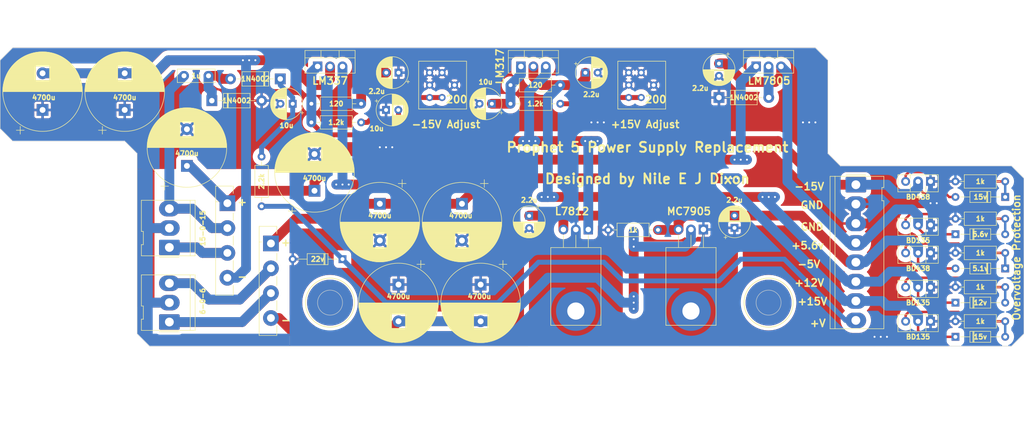
<source format=kicad_pcb>
(kicad_pcb (version 20221018) (generator pcbnew)
  (layers (0 "F.Cu" signal) (31 "B.Cu" signal) (34 "B.Paste" user) (35 "F.Paste" user) (36 "B.SilkS" user "B.Silkscreen") (37 "F.SilkS" user "F.Silkscreen") (38 "B.Mask" user) (39 "F.Mask" user) (44 "Edge.Cuts" user))
  (net 0 "")
  (net 1 "+18V")
  (net 2 "-18V")
  (net 3 "+9V")
  (net 4 "-9V")
  (net 5 "GND")
  (net 6 "+15V")
  (net 7 "-15V")
  (net 8 "-5V")
  (net 9 "Net-(D6-A)")
  (net 10 "+12V")
  (net 11 "Net-(U1-ADJ)")
  (net 12 "Net-(R2-Pad2)")
  (net 13 "Net-(U2-ADJ)")
  (net 14 "Net-(R3-Pad2)")
  (net 15 "+5.6V")
  (net 16 "+V")
  (net 17 "Net-(D14-K)")
  (net 18 "Net-(D13-K)")
  (net 19 "Net-(J1-Pin_3)")
  (net 20 "Net-(J1-Pin_1)")
  (net 21 "Net-(J2-Pin_1)")
  (net 22 "Net-(J2-Pin_3)")
  (net 23 "Net-(D1-A)")
  (net 24 "Net-(D4-K)")
  (net 25 "Net-(D8-A)")
  (net 26 "Net-(D7-A)")
  (net 27 "Net-(D5-K)")
  (footprint "Diode_THT:D_DO-35_SOD27_P10.16mm_Horizontal" (layer "F.Cu") (at 236.22 96.52)
    (fp_text reference "D1" hide)
    (fp_text value "D_Zener")
  )
  (footprint "Capacitor_THT:CP_Radial_D16.0mm_P7.50mm" (layer "F.Cu") (at 135.509 69.335 -90)
    (fp_text reference "C14" hide)
    (fp_text value "C_Polarized_US")
  )
  (footprint "Connector_Molex:Molex_KK-396_5273-03A_1x03_P3.96mm_Vertical" (layer "F.Cu") (at 75.79 93.495 90)
    (fp_text reference "J2" hide)
    (fp_text value "9-0-9")
  )
  (footprint "Capacitor_THT:CP_Radial_D6.3mm_P2.50mm" (layer "F.Cu") (at 160.695 42.545)
    (fp_text reference "C8" hide)
    (fp_text value "2.2u")
  )
  (footprint "Resistor_THT:R_Axial_DIN0207_L6.3mm_D2.5mm_P10.16mm_Horizontal" (layer "F.Cu") (at 175.514 74.676 180)
    (fp_text reference "R5" hide)
    (fp_text value "R")
  )
  (footprint "Capacitor_THT:CP_Radial_D6.3mm_P2.50mm" (layer "F.Cu") (at 120.015 50.165)
    (fp_text reference "C6" hide)
    (fp_text value "10u")
  )
  (footprint "" (layer "F.Cu") (at 172.085 42.545)
    (fp_text reference "")
    (fp_text value "")
  )
  (footprint "Package_TO_SOT_THT:TO-220-3_Horizontal_TabDown" (layer "F.Cu") (at 184.785 74.59 180)
    (fp_text reference "U3" hide)
    (fp_text value "MC7905")
  )
  (footprint "Connector_Molex:Molex_KK-396_5273-03A_1x03_P3.96mm_Vertical" (layer "F.Cu") (at 75.79 78.255 90)
    (fp_text reference "J1" hide)
    (fp_text value "18-0-18")
  )
  (footprint "Capacitor_THT:CP_Radial_D16.0mm_P7.50mm" (layer "F.Cu") (at 79.375 61.595 90)
    (fp_text reference "C12" hide)
    (fp_text value "C_Polarized_US")
  )
  (footprint "Diode_THT:D_DO-35_SOD27_P10.16mm_Horizontal" (layer "F.Cu") (at 246.38 82.55 180)
    (fp_text reference "D5" hide)
    (fp_text value "D_Zener")
  )
  (footprint "Capacitor_THT:CP_Radial_D16.0mm_P7.50mm" (layer "F.Cu") (at 105.41 66.675 90)
    (fp_text reference "C3" hide)
    (fp_text value "C_Polarized_US")
  )
  (footprint "Capacitor_THT:CP_Radial_D6.3mm_P2.50mm" (layer "F.Cu") (at 141.605 48.895 180)
    (fp_text reference "C5" hide)
    (fp_text value "10u")
  )
  (footprint "Resistor_THT:R_Axial_DIN0207_L6.3mm_D2.5mm_P10.16mm_Horizontal" (layer "F.Cu") (at 246.38 72.39 180)
    (fp_text reference "R10" hide)
    (fp_text value "R")
  )
  (footprint "Package_TO_SOT_THT:TO-126-3_Vertical" (layer "F.Cu") (at 231.14 79.375 180)
    (fp_text reference "Q5" hide)
    (fp_text value "BD438")
  )
  (footprint "Resistor_THT:R_Axial_DIN0207_L6.3mm_D2.5mm_P10.16mm_Horizontal" (layer "F.Cu") (at 246.38 64.77 180)
    (fp_text reference "R9" hide)
    (fp_text value "R")
  )
  (footprint "Potentiometer_THT:Potentiometer_Bourns_3386F_Vertical" (layer "F.Cu") (at 128.905 47.625)
    (fp_text reference "RV2" hide)
    (fp_text value "R_Potentiometer")
  )
  (footprint "Diode_THT:Diode_Bridge_Vishay_GBU" (layer "F.Cu") (at 87.63 69.215 -90)
    (fp_text reference "D21" hide)
    (fp_text value "D_Bridge_+AA-")
  )
  (footprint "Resistor_THT:R_Axial_DIN0207_L6.3mm_D2.5mm_P10.16mm_Horizontal" (layer "F.Cu") (at 114.935 48.895 180)
    (fp_text reference "R4" hide)
    (fp_text value "R")
  )
  (footprint "Resistor_THT:R_Axial_DIN0207_L6.3mm_D2.5mm_P10.16mm_Horizontal" (layer "F.Cu") (at 145.415 48.895)
    (fp_text reference "R2" hide)
    (fp_text value "R")
  )
  (footprint "Diode_THT:D_DO-41_SOD81_P10.16mm_Horizontal" (layer "F.Cu") (at 187.96 47.625)
    (fp_text reference "D6" hide)
    (fp_text value "1N4002")
  )
  (footprint "Capacitor_THT:CP_Radial_D6.3mm_P2.50mm" (layer "F.Cu") (at 187.96 40.68 -90)
    (fp_text reference "C10" hide)
    (fp_text value "2.2u")
  )
  (footprint "Diode_THT:D_DO-41_SOD81_P10.16mm_Horizontal" (layer "F.Cu") (at 84.455 48.26)
    (fp_text reference "D13" hide)
    (fp_text value "1N4004")
  )
  (footprint "Resistor_THT:R_Axial_DIN0207_L6.3mm_D2.5mm_P10.16mm_Horizontal" (layer "F.Cu") (at 246.38 79.375 180)
    (fp_text reference "R11" hide)
    (fp_text value "R")
  )
  (footprint "Resistor_THT:R_Axial_DIN0207_L6.3mm_D2.5mm_P10.16mm_Horizontal" (layer "F.Cu") (at 246.38 86.36 180)
    (fp_text reference "R7" hide)
    (fp_text value "R")
  )
  (footprint "Capacitor_THT:CP_Radial_D6.3mm_P2.50mm" (layer "F.Cu") (at 122.555 42.545 180)
    (fp_text reference "C7" hide)
    (fp_text value "2.2u")
  )
  (footprint "" (layer "F.Cu") (at 131.445 42.545)
    (fp_text reference "")
    (fp_text value "")
  )
  (footprint "Potentiometer_THT:Potentiometer_Bourns_3386F_Vertical" (layer "F.Cu") (at 169.545 47.625)
    (fp_text reference "RV1" hide)
    (fp_text value "R_Potentiometer")
  )
  (footprint "Resistor_THT:R_Axial_DIN0207_L6.3mm_D2.5mm_P10.16mm_Horizontal" (layer "F.Cu") (at 155.575 45.085 180)
    (fp_text reference "R1" hide)
    (fp_text value "R")
  )
  (footprint "Package_TO_SOT_THT:TO-126-3_Vertical" (layer "F.Cu") (at 231.14 73.66 180)
    (fp_text reference "Q4" hide)
    (fp_text value "BD135")
  )
  (footprint "Resistor_THT:R_Axial_DIN0207_L6.3mm_D2.5mm_P10.16mm_Horizontal" (layer "F.Cu") (at 104.775 52.705)
    (fp_text reference "R3" hide)
    (fp_text value "R")
  )
  (footprint "Package_TO_SOT_THT:TO-220-3_Vertical" (layer "F.Cu") (at 195.545 41.275)
    (fp_text reference "U4" hide)
    (fp_text value "LM7805_TO220")
  )
  (footprint "Diode_THT:D_DO-35_SOD27_P10.16mm_Horizontal" (layer "F.Cu") (at 246.38 67.945 180)
    (fp_text reference "D4" hide)
    (fp_text value "D_Zener")
  )
  (footprint "Capacitor_THT:CP_Radial_D16.0mm_P7.50mm" (layer "F.Cu") (at 139.319 85.845 -90)
    (fp_text reference "C15" hide)
    (fp_text value "C_Polarized_US")
  )
  (footprint "Package_TO_SOT_THT:TO-126-3_Vertical" (layer "F.Cu") (at 231.14 64.77 180)
    (fp_text reference "Q3" hide)
    (fp_text value "BD438")
  )
  (footprint "Capacitor_THT:CP_Radial_D6.3mm_P2.50mm" (layer "F.Cu") (at 191.135 74.255 90)
    (fp_text reference "C9" hide)
    (fp_text value "2.2u")
  )
  (footprint "Diode_THT:D_DO-41_SOD81_P10.16mm_Horizontal" (layer "F.Cu") (at 98.425 43.815 180)
    (fp_text reference "D14" hide)
    (fp_text value "1N4004")
  )
  (footprint "Package_TO_SOT_THT:TO-220-3_Vertical" (layer "F.Cu") (at 106.045 41.275)
    (fp_text reference "U2" hide)
    (fp_text value "LM337_TO220")
  )
  (footprint "Diode_THT:Diode_Bridge_Vishay_GBU" (layer "F.Cu") (at 96.52 77.44 -90)
    (fp_text reference "D22" hide)
    (fp_text value "D_Bridge_+AA-")
  )
  (footprint "Capacitor_THT:CP_Radial_D16.0mm_P7.50mm" (layer "F.Cu") (at 122.555 85.845 -90)
    (fp_text reference "C1" hide)
    (fp_text value "C_Polarized_US")
  )
  (footprint "Diode_THT:D_DO-35_SOD27_P10.16mm_Horizontal" (layer "F.Cu") (at 236.22 75.565)
    (fp_text reference "D7" hide)
    (fp_text value "D_Zener")
  )
  (footprint "" (layer "F.Cu") (at 131.445 47.625)
    (fp_text reference "")
    (fp_text value "")
  )
  (footprint "Resistor_THT:R_Axial_DIN0207_L6.3mm_D2.5mm_P10.16mm_Horizontal" (layer "F.Cu") (at 94.615 69.85 90)
    (fp_text reference "R6" hide)
    (fp_text value "2.2k")
  )
  (footprint "" (layer "F.Cu") (at 128.905 45.085)
    (fp_text reference "")
    (fp_text value "")
  )
  (footprint "Capacitor_THT:CP_Radial_D6.3mm_P2.50mm" (layer "F.Cu") (at 100.965 48.895 180)
    (fp_text reference "C17" hide)
    (fp_text value "10u")
  )
  (footprint "Resistor_THT:R_Axial_DIN0207_L6.3mm_D2.5mm_P10.16mm_Horizontal" (layer "F.Cu") (at 246.38 93.345 180)
    (fp_text reference "R8" hide)
    (fp_text value "R")
  )
  (footprint "Diode_THT:D_DO-35_SOD27_P10.16mm_Horizontal" (layer "F.Cu") (at 236.22 89.535)
    (fp_text reference "D8" hide)
    (fp_text value "D_Zener")
  )
  (footprint "Capacitor_THT:C_Disc_D7.5mm_W2.5mm_P5.00mm" (layer "F.Cu") (at 78.78 43.18)
    (fp_text reference "C16" hide)
    (fp_text value "400n")
  )
  (footprint "Package_TO_SOT_THT:TO-126-3_Vertical" (layer "F.Cu") (at 231.14 86.36 180)
    (fp_text reference "Q2" hide)
    (fp_text value "BD135" hide)
  )
  (footprint "Capacitor_THT:CP_Radial_D16.0mm_P7.50mm" (layer "F.Cu") (at 49.911 50.165 90)
    (fp_text reference "C13" hide)
    (fp_text value "C_Polarized_US")
  )
  (footprint "Connector_Molex:Molex_KK-396_5273-08A_1x08_P3.96mm_Vertical" (layer "F.Cu") (at 215.9 65.44 -90)
    (fp_text reference "J3" hide)
    (fp_text value "Conn_01x08_Socket")
  )
  (footprint "Package_TO_SOT_THT:TO-220-3_Vertical" (layer "F.Cu") (at 147.545 41.275)
    (fp_text reference "U1" hide)
    (fp_text value "LM317_TO-220")
  )
  (footprint "Package_TO_SOT_THT:TO-126-3_Vertical" (layer "F.Cu") (at 231.14 93.345 180)
    (fp_text reference "Q1" hide)
    (fp_text value "BD135")
  )
  (footprint "Diode_THT:D_DO-35_SOD27_P10.16mm_Horizontal" (layer "F.Cu") (at 111.125 80.645 180)
    (fp_text reference "D2" hide)
    (fp_text value "D_Zener")
  )
  (footprint "" (layer "F.Cu") (at 172.085 47.625)
    (fp_text reference "")
    (fp_text value "")
  )
  (footprint "Capacitor_THT:CP_Radial_D6.3mm_P2.50mm" (layer "F.Cu") (at 149.225 71.795 -90)
    (fp_text reference "C11" hide)
    (fp_text value "2.2u")
  )
  (footprint "" (layer "F.Cu") (at 169.545 45.085)
    (fp_text reference "")
    (fp_text value "")
  )
  (footprint "Capacitor_THT:CP_Radial_D16.0mm_P7.50mm" (layer "F.Cu") (at 66.675 50.165 90)
    (fp_text reference "C4" hide)
    (fp_text value "C_Polarized_US")
  )
  (footprint "Capacitor_THT:CP_Radial_D16.0mm_P7.50mm" (layer "F.Cu") (at 118.745 69.335 -90)
    (fp_text reference "C2" hide)
    (fp_text value "C_Polarized_US")
  )
  (footprint "Package_TO_SOT_THT:TO-220-3_Horizontal_TabDown" (layer "F.Cu") (at 161.29 74.59 180)
    (fp_text reference "U5" hide)
    (fp_text value "L7812")
  )
  (gr_rect (start 172.72 78.105) (end 191.77 97.155) (stroke (width 0.1)) (fill solid) (layer "F.Cu"))
  (gr_circle (center 108.585 89.535) (end 113.16405 89.535) (stroke (width 0.2)) (fill solid) (layer "F.Cu"))
  (gr_rect (start 149.225 78.105) (end 168.275 97.155) (stroke (width 0.1)) (fill solid) (layer "F.Cu"))
  (gr_circle (center 198.085 89.535) (end 202.66405 89.535) (stroke (width 0.2)) (fill solid) (layer "F.Cu"))
  (gr_circle (center 158.75 91.25) (end 162.75 91.25) (stroke (width 0.1)) (fill solid) (layer "B.Cu"))
  (gr_circle (center 182.245 91.25) (end 186.245 91.25) (stroke (width 0.1)) (fill solid) (layer "B.Cu"))
  (gr_circle (center 108.585 89.535) (end 113.16405 89.535) (stroke (width 0.2)) (fill solid) (layer "B.Cu"))
  (gr_circle (center 198.085 89.535) (end 202.66405 89.535) (stroke (width 0.2)) (fill solid) (layer "B.Cu"))
  (gr_circle (center 198.085 89.535) (end 203.085 89.535) (stroke (width 0.15)) (fill none) (layer "F.SilkS"))
  (gr_circle (center 108.585 89.535) (end 113.585 89.535) (stroke (width 0.15)) (fill none) (layer "F.SilkS"))
  (gr_line (start 250.19 95.885) (end 247.65 98.425) (stroke (width 0.1)) (layer "Edge.Cuts"))
  (gr_line (start 69.215 59.055) (end 69.215 95.885) (stroke (width 0.1)) (layer "Edge.Cuts"))
  (gr_line (start 69.215 59.055) (end 66.675 56.515) (stroke (width 0.1)) (layer "Edge.Cuts"))
  (gr_line (start 41.275 40.005) (end 43.815 37.465) (stroke (width 0.1)) (layer "Edge.Cuts"))
  (gr_line (start 210.185 59.055) (end 212.725 61.595) (stroke (width 0.1)) (layer "Edge.Cuts"))
  (gr_line (start 66.675 56.515) (end 43.815 56.515) (stroke (width 0.1)) (layer "Edge.Cuts"))
  (gr_line (start 41.275 53.975) (end 43.815 56.515) (stroke (width 0.1)) (layer "Edge.Cuts"))
  (gr_line (start 247.65 61.595) (end 250.19 64.135) (stroke (width 0.1)) (layer "Edge.Cuts"))
  (gr_line (start 207.645 37.465) (end 43.815 37.465) (stroke (width 0.1)) (layer "Edge.Cuts"))
  (gr_line (start 210.185 40.005) (end 210.185 59.055) (stroke (width 0.1)) (layer "Edge.Cuts"))
  (gr_line (start 250.19 64.135) (end 250.19 95.885) (stroke (width 0.1)) (layer "Edge.Cuts"))
  (gr_line (start 71.755 98.425) (end 247.65 98.425) (stroke (width 0.1)) (layer "Edge.Cuts"))
  (gr_line (start 69.215 95.885) (end 71.755 98.425) (stroke (width 0.1)) (layer "Edge.Cuts"))
  (gr_line (start 212.725 61.595) (end 247.65 61.595) (stroke (width 0.1)) (layer "Edge.Cuts"))
  (gr_line (start 207.645 37.465) (end 210.185 40.005) (stroke (width 0.1)) (layer "Edge.Cuts"))
  (gr_circle (center 198.085 89.535) (end 200.635 89.535) (stroke (width 0.1)) (fill none) (layer "Edge.Cuts"))
  (gr_circle (center 108.585 89.535) (end 111.135 89.535) (stroke (width 0.1)) (fill none) (layer "Edge.Cuts"))
  (gr_line (start 41.275 40.005) (end 41.275 53.975) (stroke (width 0.1)) (layer "Edge.Cuts"))
  (gr_text "Prophet 5 Power Supply Replacement\n\nDesigned by Nile E J Dixon" (at 173.355 65.405) (layer "F.SilkS") (effects (font (size 2 2) (thickness 0.4) bold) (justify bottom)))
  (gr_text "4700u" (at 118.745 71.755) (layer "F.SilkS") (effects (font (size 1 1) (thickness 0.25) bold)))
  (gr_text "1N4002" (at 93.345 43.815) (layer "F.SilkS") (effects (font (size 1 1) (thickness 0.25) bold)))
  (gr_text "+" (at 98.425 78.105) (layer "F.SilkS") (effects (font (size 1.5 1.5) (thickness 0.3) bold) (justify left bottom)))
  (gr_text "BD135" (at 228.6 96.52) (layer "F.SilkS") (effects (font (size 1 1) (thickness 0.25) bold)))
  (gr_text "1k" (at 241.3 79.375) (layer "F.SilkS") (effects (font (size 1 1) (thickness 0.25) bold)))
  (gr_text "LM7805" (at 193.675 45.085) (layer "F.SilkS") (effects (font (size 1.5 1.5) (thickness 0.3) bold) (justify left bottom)))
  (gr_text "10u" (at 140.335 44.45) (layer "F.SilkS") (effects (font (size 1 1) (thickness 0.25) bold)))
  (gr_text "2.2u" (at 118.11 46.355) (layer "F.SilkS") (effects (font (size 1 1) (thickness 0.25) bold)))
  (gr_text "1k" (at 241.3 72.39) (layer "F.SilkS") (effects (font (size 1 1) (thickness 0.25) bold)))
  (gr_text "2.2u" (at 149.225 68.58) (layer "F.SilkS") (effects (font (size 1 1) (thickness 0.25) bold)))
  (gr_text "L7812" (at 154.305 71.755) (layer "F.SilkS") (effects (font (size 1.5 1.5) (thickness 0.3) bold) (justify left bottom)))
  (gr_text "200" (at 172.72 48.895) (layer "F.SilkS") (effects (font (size 1.5 1.5) (thickness 0.3) bold) (justify left bottom)))
  (gr_text "2.2u" (at 191.135 68.58) (layer "F.SilkS") (effects (font (size 1 1) (thickness 0.25) bold)))
  (gr_text "BD438" (at 228.6 82.55) (layer "F.SilkS") (effects (font (size 1 1) (thickness 0.25) bold)))
  (gr_text "10u" (at 118.11 53.975) (layer "F.SilkS") (effects (font (size 1 1) (thickness 0.25) bold)))
  (gr_text "10u" (at 99.695 53.34) (layer "F.SilkS") (effects (font (size 1 1) (thickness 0.25) bold)))
  (gr_text "4700u" (at 50.165 47.625) (layer "F.SilkS") (effects (font (size 1 1) (thickness 0.25) bold)))
  (gr_text "4700u" (at 79.375 59.055) (layer "F.SilkS") (effects (font (size 1 1) (thickness 0.25) bold)))
  (gr_text "15v" (at 241.3 96.52) (layer "F.SilkS") (effects (font (size 1 1) (thickness 0.25) bold)))
  (gr_text "5.1v" (at 241.3 82.55) (layer "F.SilkS") (effects (font (size 1 1) (thickness 0.25) bold)))
  (gr_text "4700u" (at 139.065 88.265) (layer "F.SilkS") (effects (font (size 1 1) (thickness 0.25) bold)))
  (gr_text "4700u" (at 66.675 47.625) (layer "F.SilkS") (effects (font (size 1 1) (thickness 0.25) bold)))
  (gr_text "120" (at 150.495 45.085) (layer "F.SilkS") (effects (font (size 1 1) (thickness 0.25) bold)))
  (gr_text "1k" (at 241.3 93.345) (layer "F.SilkS") (effects (font (size 1 1) (thickness 0.25) bold)))
  (gr_text "22v" (at 106.045 80.645) (layer "F.SilkS") (effects (font (size 1 1) (thickness 0.25) bold)))
  (gr_text "6-0-6" (at 83.185 92.075 90) (layer "F.SilkS") (effects (font (size 1 1) (thickness 0.25) bold) (justify left bottom)))
  (gr_text "4700u" (at 122.555 88.265) (layer "F.SilkS") (effects (font (size 1 1) (thickness 0.25) bold)))
  (gr_text "LM317" (at 144.145 45.085 90) (layer "F.SilkS") (effects (font (size 1.5 1.5) (thickness 0.3) bold) (justify left bottom)))
  (gr_text "-15V" (at 203.2 66.675) (layer "F.SilkS") (effects (font (size 1.5 1.5) (thickness 0.3) bold) (justify left bottom)))
  (gr_text "5.6v" (at 241.3 75.565) (layer "F.SilkS") (effects (font (size 1 1) (thickness 0.25) bold)))
  (gr_text "+V" (at 206.375 94.615) (layer "F.SilkS") (effects (font (size 1.5 1.5) (thickness 0.3) bold) (justify left bottom)))
  (gr_text "12v" (at 241.3 89.535) (layer "F.SilkS") (effects (font (size 1 1) (thickness 0.25) bold)))
  (gr_text "-" (at 89.535 85.09) (layer "F.SilkS") (effects (font (size 1.5 1.5) (thickness 0.3) bold) (justify left bottom)))
  (gr_text "+" (at 89.535 69.85) (layer "F.SilkS") (effects (font (size 1.5 1.5) (thickness 0.3) bold) (justify left bottom)))
  (gr_text "1k" (at 241.3 64.77) (layer "F.SilkS") (effects (font (size 1 1) (thickness 0.25) bold)))
  (gr_text "-5V" (at 203.835 82.55) (layer "F.SilkS") (effects (font (size 1.5 1.5) (thickness 0.3) bold) (justify left bottom)))
  (gr_text "BD438" (at 228.6 67.945) (layer "F.SilkS") (effects (font (size 1 1) (thickness 0.25) bold)))
  (gr_text "+12V" (at 203.2 86.36) (layer "F.SilkS") (effects (font (size 1.5 1.5) (thickness 0.3) bold) (justify left bottom)))
  (gr_text "1k" (at 170.434 74.676) (layer "F.SilkS") (effects (font (size 1 1) (thickness 0.25) bold)))
  (gr_text "+15V" (at 203.835 90.17) (layer "F.SilkS") (effects (font (size 1.5 1.5) (thickness 0.3) bold) (justify left bottom)))
  (gr_text "1.2k" (at 109.855 52.705) (layer "F.SilkS") (effects (font (size 1 1) (thickness 0.25) bold)))
  (gr_text "1N4002" (at 193.04 47.625) (layer "F.SilkS") (effects (font (size 1 1) (thickness 0.25) bold)))
  (gr_text "BD135" (at 228.6 76.835) (layer "F.SilkS") (effects (font (size 1 1) (thickness 0.25) bold)))
  (gr_text "+5.6v" (at 202.565 78.74) (layer "F.SilkS") (effects (font (size 1.5 1.5) (thickness 0.3) bold) (justify left bottom)))
  (gr_text "MC7905" (at 177.165 71.755) (layer "F.SilkS") (effects (font (size 1.5 1.5) (thickness 0.3) bold) (justify left bottom)))
  (gr_text "GND" (at 204.47 70.485) (layer "F.SilkS") (effects (font (size 1.5 1.5) (thickness 0.3) bold) (justify left bottom)))
  (gr_text "BD135" (at 228.6 89.535) (layer "F.SilkS") (effects (font (size 1 1) (thickness 0.25) bold)))
  (gr_text "1N4002" (at 89.535 48.26) (layer "F.SilkS") (effects (font (size 1 1) (thickness 0.25) bold)))
  (gr_text "4700u" (at 105.41 64.135) (layer "F.SilkS") (effects (font (size 1 1) (thickness 0.25) bold)))
  (gr_text "GND" (at 204.47 74.93) (layer "F.SilkS") (effects (font (size 1.5 1.5) (thickness 0.3) bold) (justify left bottom)))
  (gr_text "-" (at 98.425 93.98) (layer "F.SilkS") (effects (font (size 1.5 1.5) (thickness 0.3) bold) (justify left bottom)))
  (gr_text "+15V Adjust" (at 165.735 53.975) (layer "F.SilkS") (effects (font (size 1.5 1.5) (thickness 0.3) bold) (justify left bottom)))
  (gr_text "2.2k" (at 94.615 64.77 90) (layer "F.SilkS") (effects (font (size 1 1) (thickness 0.25) bold)))
  (gr_text "Overvoltage Protection" (at 249.555 93.345 90) (layer "F.SilkS") (effects (font (size 1.5 1.5) (thickness 0.3) bold) (justify left bottom)))
  (gr_text "2.2u" (at 161.925 46.99) (layer "F.SilkS") (effects (font (size 1 1) (thickness 0.25) bold)))
  (gr_text "120" (at 109.855 48.895) (layer "F.SilkS") (effects (font (size 1 1) (thickness 0.25) bold)))
  (gr_text "LM337" (at 104.775 45.085) (layer "F.SilkS") (effects (font (size 1.5 1.5) (thickness 0.3) bold) (justify left bottom)))
  (gr_text "200" (at 132.08 48.895) (layer "F.SilkS") (effects (font (size 1.5 1.5) (thickness 0.3) bold) (justify left bottom)))
  (gr_text "4700u" (at 135.255 71.755) (layer "F.SilkS") (effects (font (size 1 1) (thickness 0.25) bold)))
  (gr_text "1k" (at 241.3 86.36) (layer "F.SilkS") (effects (font (size 1 1) (thickness 0.25) bold)))
  (gr_text "-15V Adjust" (at 125.095 53.975) (layer "F.SilkS") (effects (font (size 1.5 1.5) (thickness 0.3) bold) (justify left bottom)))
  (gr_text "1u" (at 81.28 43.18) (layer "F.SilkS") (effects (font (size 1 1) (thickness 0.25) bold)))
  (gr_text "15-0-15" (at 83.185 78.105 90) (layer "F.SilkS") (effects (font (size 1 1) (thickness 0.25) bold) (justify left bottom)))
  (gr_text "1.2k" (at 150.495 48.895) (layer "F.SilkS") (effects (font (size 1 1) (thickness 0.25) bold)))
  (gr_text "15v" (at 241.3 67.945) (layer "F.SilkS") (effects (font (size 1 1) (thickness 0.25) bold)))
  (gr_text "2.2u" (at 184.15 45.72) (layer "F.SilkS") (effects (font (size 1 1) (thickness 0.25) bold)))
  (segment (start 122.555 61.595) (end 127.635 56.515) (width 2) (layer "F.Cu") (net 1))
  (segment (start 105.41 64.77) (end 105.41 66.675) (width 2) (layer "F.Cu") (net 1))
  (segment (start 90.17 66.675) (end 87.63 69.215) (width 2) (layer "F.Cu") (net 1))
  (segment (start 108.585 61.595) (end 122.555 61.595) (width 2) (layer "F.Cu") (net 1))
  (segment (start 80.01 61.595) (end 87.63 69.215) (width 2) (layer "F.Cu") (net 1))
  (segment (start 108.585 61.595) (end 105.41 64.77) (width 2) (layer "F.Cu") (net 1))
  (segment (start 127.635 56.515) (end 150.495 56.515) (width 2) (layer "F.Cu") (net 1))
  (segment (start 79.375 61.595) (end 80.01 61.595) (width 2) (layer "F.Cu") (net 1))
  (segment (start 105.41 66.675) (end 90.17 66.675) (width 2) (layer "F.Cu") (net 1))
  (segment (start 150.495 56.515) (end 163.195 56.515) (width 2) (layer "F.Cu") (net 1))
  (via (at 160.655 56.515) (size 0.8) (drill 0.4) (layers "F.Cu" "B.Cu") (net 1))
  (via (at 163.195 56.515) (size 0.8) (drill 0.4) (layers "F.Cu" "B.Cu") (net 1))
  (via (at 147.955 56.515) (size 0.8) (drill 0.4) (layers "F.Cu" "B.Cu") (net 1))
  (via (at 161.925 56.515) (size 0.8) (drill 0.4) (layers "F.Cu" "B.Cu") (net 1))
  (via (at 149.225 56.515) (size 0.8) (drill 0.4) (layers "F.Cu" "B.Cu") (net 1))
  (via (at 150.495 56.515) (size 0.8) (drill 0.4) (layers "F.Cu" "B.Cu") (net 1))
  (segment (start 161.29 57.15) (end 160.655 56.515) (width 2) (layer "B.Cu") (net 1))
  (segment (start 149.225 55.245) (end 149.225 56.515) (width 2) (layer "B.Cu") (net 1))
  (segment (start 161.29 74.59) (end 161.29 57.15) (width 2) (layer "B.Cu") (net 1))
  (segment (start 149.225 56.515) (end 150.495 56.515) (width 2) (layer "B.Cu") (net 1))
  (segment (start 149.225 55.245) (end 149.225 46.355) (width 2) (layer "B.Cu") (net 1))
  (segment (start 80.01 61.595) (end 87.63 69.215) (width 2) (layer "B.Cu") (net 1))
  (segment (start 149.225 46.355) (end 152.625 42.955) (width 2) (layer "B.Cu") (net 1))
  (segment (start 152.625 42.955) (end 152.625 41.275) (width 2) (layer "B.Cu") (net 1))
  (segment (start 161.925 56.515) (end 163.195 56.515) (width 2) (layer "B.Cu") (net 1))
  (segment (start 150.495 56.515) (end 147.955 56.515) (width 2) (layer "B.Cu") (net 1))
  (segment (start 160.655 56.515) (end 161.925 56.515) (width 2) (layer "B.Cu") (net 1))
  (segment (start 79.375 61.595) (end 80.01 61.595) (width 2) (layer "B.Cu") (net 1))
  (segment (start 66.675 42.665) (end 72.965 42.665) (width 2) (layer "F.Cu") (net 2))
  (segment (start 108.585 43.815) (end 108.585 41.275) (width 2) (layer "F.Cu") (net 2))
  (segment (start 99.695 40.005) (end 104.775 45.085) (width 2) (layer "F.Cu") (net 2))
  (segment (start 107.315 45.085) (end 108.585 43.815) (width 2) (layer "F.Cu") (net 2))
  (segment (start 72.965 42.665) (end 75.625 40.005) (width 2) (layer "F.Cu") (net 2))
  (segment (start 49.911 42.665) (end 66.675 42.665) (width 2) (layer "F.Cu") (net 2))
  (segment (start 104.775 45.085) (end 107.315 45.085) (width 2) (layer "F.Cu") (net 2))
  (segment (start 75.625 40.005) (end 99.695 40.005) (width 2) (layer "F.Cu") (net 2))
  (via (at 93.345 40.005) (size 0.8) (drill 0.4) (layers "F.Cu" "B.Cu") (net 2))
  (via (at 92.075 40.005) (size 0.8) (drill 0.4) (layers "F.Cu" "B.Cu") (net 2))
  (via (at 90.805 40.005) (size 0.8) (drill 0.4) (layers "F.Cu" "B.Cu") (net 2))
  (segment (start 87.63 84.455) (end 89.535 84.455) (width 2) (layer "B.Cu") (net 2))
  (segment (start 72.905 42.665) (end 75.565 40.005) (width 2) (layer "B.Cu") (net 2))
  (segment (start 75.565 40.005) (end 90.805 40.005) (width 2) (layer "B.Cu") (net 2))
  (segment (start 92.075 40.005) (end 93.345 40.005) (width 2) (layer "B.Cu") (net 2))
  (segment (start 89.535 84.455) (end 91.44 82.55) (width 2) (layer "B.Cu") (net 2))
  (segment (start 66.675 42.665) (end 72.905 42.665) (width 2) (layer "B.Cu") (net 2))
  (segment (start 93.345 40.005) (end 90.805 40.005) (width 2) (layer "B.Cu") (net 2))
  (segment (start 91.44 40.005) (end 92.075 40.005) (width 2) (layer "B.Cu") (net 2))
  (segment (start 49.911 42.665) (end 66.675 42.665) (width 2) (layer "B.Cu") (net 2))
  (segment (start 91.44 82.55) (end 91.44 40.005) (width 2) (layer "B.Cu") (net 2))
  (segment (start 101.6 72.39) (end 111.76 72.39) (width 2) (layer "F.Cu") (net 3))
  (segment (start 140.455 64.135) (end 167.005 64.135) (width 2) (layer "F.Cu") (net 3))
  (segment (start 114.815 69.335) (end 118.745 69.335) (width 2) (layer "F.Cu") (net 3))
  (segment (start 135.509 69.081) (end 140.455 64.135) (width 2) (layer "F.Cu") (net 3))
  (segment (start 170.815 60.325) (end 193.675 60.325) (width 2) (layer "F.Cu") (net 3))
  (segment (start 96.55 77.44) (end 101.6 72.39) (width 2) (layer "F.Cu") (net 3))
  (segment (start 118.745 69.335) (end 135.509 69.335) (width 2) (layer "F.Cu") (net 3))
  (segment (start 135.509 69.335) (end 135.509 69.081) (width 2) (layer "F.Cu") (net 3))
  (segment (start 135.495 69.335) (end 135.509 69.335) (width 2) (layer "F.Cu") (net 3))
  (segment (start 111.76 72.39) (end 114.815 69.335) (width 2) (layer "F.Cu") (net 3))
  (segment (start 135.375 69.215) (end 135.495 69.335) (width 2) (layer "F.Cu") (net 3))
  (segment (start 96.52 77.44) (end 96.55 77.44) (width 2) (layer "F.Cu") (net 3))
  (segment (start 167.005 64.135) (end 170.815 60.325) (width 2) (layer "F.Cu") (net 3))
  (via (at 192.405 60.325) (size 0.8) (drill 0.4) (layers "F.Cu" "B.Cu") (net 3))
  (via (at 191.135 60.325) (size 0.8) (drill 0.4) (layers "F.Cu" "B.Cu") (net 3))
  (via (at 193.675 60.325) (size 0.8) (drill 0.4) (layers "F.Cu" "B.Cu") (net 3))
  (segment (start 192.405 44.415) (end 195.545 41.275) (width 2) (layer "B.Cu") (net 3))
  (segment (start 192.405 60.325) (end 192.405 44.415) (width 2) (layer "B.Cu") (net 3))
  (segment (start 192.405 60.325) (end 193.675 60.325) (width 2) (layer "B.Cu") (net 3))
  (segment (start 193.675 60.325) (end 191.135 60.325) (width 2) (layer "B.Cu") (net 3))
  (segment (start 122.555 93.345) (end 119.38 96.52) (width 2) (layer "F.Cu") (net 4))
  (segment (start 122.555 93.345) (end 139.319 93.345) (width 2) (layer "F.Cu") (net 4))
  (segment (start 101.98 96.52) (end 98.14 92.68) (width 2) (layer "F.Cu") (net 4))
  (segment (start 119.38 96.52) (end 101.98 96.52) (width 2) (layer "F.Cu") (net 4))
  (segment (start 170.561 88.011) (end 170.561 78.359) (width 2) (layer "F.Cu") (net 4))
  (segment (start 170.561 78.359) (end 170.561 75.057) (width 2) (layer "F.Cu") (net 4))
  (segment (start 98.14 92.68) (end 96.52 92.68) (width 2) (layer "F.Cu") (net 4))
  (segment (start 170.561 88.265) (end 170.561 90.805) (width 2) (layer "F.Cu") (net 4))
  (via (at 170.561 90.805) (size 0.8) (drill 0.4) (layers "F.Cu" "B.Cu") (net 4))
  (via (at 170.561 75.057) (size 0.8) (drill 0.4) (layers "F.Cu" "B.Cu") (net 4))
  (via (at 170.561 89.535) (size 0.8) (drill 0.4) (layers "F.Cu" "B.Cu") (net 4))
  (via (at 170.561 76.581) (size 0.8) (drill 0.4) (layers "F.Cu" "B.Cu") (net 4))
  (via (at 170.561 88.265) (size 0.8) (drill 0.4) (layers "F.Cu" "B.Cu") (net 4))
  (via (at 170.561 78.105) (size 0.8) (drill 0.4) (layers "F.Cu" "B.Cu") (net 4))
  (segment (start 180.975 78.105) (end 182.245 76.835) (width 2) (layer "B.Cu") (net 4))
  (segment (start 168.275 89.535) (end 170.561 89.535) (width 2) (layer "B.Cu") (net 4))
  (segment (start 170.561 89.535) (end 170.561 88.265) (width 2) (layer "B.Cu") (net 4))
  (segment (start 122.555 93.345) (end 139.319 93.345) (width 2) (layer "B.Cu") (net 4))
  (segment (start 182.245 76.835) (end 182.245 74.59) (width 2) (layer "B.Cu") (net 4))
  (segment (start 170.815 78.105) (end 170.561 78.105) (width 2) (layer "B.Cu") (net 4))
  (segment (start 163.195 84.455) (end 168.275 89.535) (width 2) (layer "B.Cu") (net 4))
  (segment (start 139.319 93.345) (end 144.145 93.345) (width 2) (layer "B.Cu") (net 4))
  (segment (start 170.561 78.105) (end 170.561 76.581) (width 2) (layer "B.Cu") (net 4))
  (segment (start 170.561 76.581) (end 170.561 75.057) (width 2) (layer "B.Cu") (net 4))
  (segment (start 144.145 93.345) (end 153.035 84.455) (width 2) (layer "B.Cu") (net 4))
  (segment (start 170.815 78.105) (end 180.975 78.105) (width 2) (layer "B.Cu") (net 4))
  (segment (start 170.561 89.535) (end 170.561 90.805) (width 2) (layer "B.Cu") (net 4))
  (segment (start 153.035 84.455) (end 163.195 84.455) (width 2) (layer "B.Cu") (net 4))
  (segment (start 71.755 74.295) (end 75.79 74.295) (width 2) (layer "F.Cu") (net 5))
  (segment (start 217.17 69.215) (end 220.98 69.215) (width 2) (layer "F.Cu") (net 5))
  (segment (start 75.79 89.535) (end 71.755 89.535) (width 2) (layer "F.Cu") (net 5))
  (segment (start 231.14 69.215) (end 232.41 69.215) (width 2) (layer "F.Cu") (net 5))
  (segment (start 161.925 52.705) (end 163.195 52.705) (width 2) (layer "F.Cu") (net 5))
  (segment (start 121.285 57.785) (end 126.365 52.705) (width 2) (layer "F.Cu") (net 5))
  (segment (start 139.065 52.705) (end 139.105 52.665) (width 2) (layer "F.Cu") (net 5))
  (segment (start 220.98 69.215) (end 231.14 69.215) (width 2) (layer "F.Cu") (net 5))
  (segment (start 220.98 96.52) (end 220.98 74.93) (width 2) (layer "F.Cu") (net 5))
  (segment (start 220.98 74.93) (end 220.98 73.025) (width 2) (layer "F.Cu") (net 5))
  (segment (start 71.755 74.295) (end 71.755 55.245) (width 2) (layer "F.Cu") (net 5))
  (segment (start 231.14 86.36) (end 236.22 86.36) (width 0.5) (layer "F.Cu") (net 5))
  (segment (start 206.375 52.705) (end 207.645 52.705) (width 2) (layer "F.Cu") (net 5))
  (segment (start 234.95 72.39) (end 233.68 73.66) (width 0.5) (layer "F.Cu") (net 5))
  (segment (start 215.9 73.36) (end 215.9 69.4) (width 2) (layer "F.Cu") (net 5))
  (segment (start 231.14 93.345) (end 236.22 93.345) (width 0.5) (layer "F.Cu") (net 5))
  (segment (start 216.985 69.4) (end 217.17 69.215) (width 2) (layer "F.Cu") (net 5))
  (segment (start 139.065 52.705) (end 161.925 52.705) (width 2) (layer "F.Cu") (net 5))
  (segment (start 220.98 73.025) (end 220.98 69.215) (width 2) (layer "F.Cu") (net 5))
  (segment (start 215.9 69.4) (end 216.985 69.4) (width 2) (layer "F.Cu") (net 5))
  (segment (start 231.14 64.77) (end 236.22 64.77) (width 0.5) (layer "F.Cu") (net 5))
  (segment (start 71.755 89.535) (end 71.755 74.295) (width 2) (layer "F.Cu") (net 5))
  (segment (start 126.365 52.705) (end 139.065 52.705) (width 2) (layer "F.Cu") (net 5))
  (segment (start 205.105 52.705) (end 206.375 52.705) (width 2) (layer "F.Cu") (net 5))
  (segment (start 163.195 52.705) (end 164.465 52.705) (width 2) (layer "F.Cu") (net 5))
  (segment (start 233.68 73.66) (end 231.14 73.66) (width 0.5) (layer "F.Cu") (net 5))
  (segment (start 164.465 52.705) (end 205.105 52.705) (width 2) (layer "F.Cu") (net 5))
  (segment (start 231.14 79.375) (end 236.22 79.375) (width 0.5) (layer "F.Cu") (net 5))
  (segment (start 220.645 73.36) (end 220.98 73.025) (width 2) (layer "F.Cu") (net 5))
  (segment (start 236.22 72.39) (end 234.95 72.39) (width 0.5) (layer "F.Cu") (net 5))
  (segment (start 215.9 73.36) (end 220.645 73.36) (width 2) (layer "F.Cu") (net 5))
  (segment (start 118.745 57.785) (end 121.285 57.785) (width 2) (layer "F.Cu") (net 5))
  (via (at 207.645 52.705) (size 0.8) (drill 0.4) (layers "F.Cu" "B.Cu") (net 5))
  (via (at 163.195 52.705) (size 0.8) (drill 0.4) (layers "F.Cu" "B.Cu") (net 5))
  (via (at 222.25 96.52) (size 0.8) (drill 0.4) (layers "F.Cu" "B.Cu") (net 5))
  (via (at 220.98 96.52) (size 0.8) (drill 0.4) (layers "F.Cu" "B.Cu") (net 5))
  (via (at 205.105 52.705) (size 0.8) (drill 0.4) (layers "F.Cu" "B.Cu") (net 5))
  (via (at 206.375 52.705) (size 0.8) (drill 0.4) (layers "F.Cu" "B.Cu") (net 5))
  (via (at 121.285 57.785) (size 0.8) (drill 0.4) (layers "F.Cu" "B.Cu") (net 5))
  (via (at 161.925 52.705) (size 0.8) (drill 0.4) (layers "F.Cu" "B.Cu") (net 5))
  (via (at 118.745 57.785) (size 0.8) (drill 0.4) (layers "F.Cu" "B.Cu") (net 5))
  (via (at 232.41 69.215) (size 0.8) (drill 0.4) (layers "F.Cu" "B.Cu") (net 5))
  (via (at 231.14 69.215) (size 0.8) (drill 0.4) (layers "F.Cu" "B.Cu") (net 5))
  (via (at 164.465 52.705) (size 0.8) (drill 0.4) (layers "F.Cu" "B.Cu") (net 5))
  (via (at 120.015 57.785) (size 0.8) (drill 0.4) (layers "F.Cu" "B.Cu") (net 5))
  (via (at 219.71 96.52) (size 0.8) (drill 0.4) (layers "F.Cu" "B.Cu") (net 5))
  (segment (start 158.75 74.59) (end 158.75 76.2) (width 2) (layer "B.Cu") (net 5))
  (segment (start 71.12 74.295) (end 71.12 60.96) (width 2) (layer "B.Cu") (net 5))
  (segment (start 215.9 69.4) (end 215.9 73.36) (width 2) (layer "B.Cu") (net 5))
  (segment (start 75.79 74.295) (end 71.12 74.295) (width 2) (layer "B.Cu") (net 5))
  (segment (start 231.14 69.215) (end 232.41 69.215) (width 2) (layer "B.Cu") (net 5))
  (segment (start 206.375 62.865) (end 212.91 69.4) (width 2) (layer "B.Cu") (net 5))
  (segment (start 219.71 96.52) (end 222.25 96.52) (width 2) (layer "B.Cu") (net 5))
  (segment (start 206.375 52.705) (end 206.375 62.865) (width 2) (layer "B.Cu") (net 5))
  (segment (start 161.925 52.705) (end 164.465 52.705) (width 2) (layer "B.Cu") (net 5))
  (segment (start 71.12 89.535) (end 71.12 74.295) (width 2) (layer "B.Cu") (net 5))
  (segment (start 207.645 52.705) (end 205.105 52.705) (width 2) (layer "B.Cu") (net 5))
  (segment (start 212.91 69.4) (end 215.9 69.4) (width 2) (layer "B.Cu") (net 5))
  (segment (start 231.14 64.77) (end 231.14 93.345) (width 1) (layer "B.Cu") (net 5))
  (segment (start 75.79 89.535) (end 71.12 89.535) (width 2) (layer "B.Cu") (net 5))
  (segment (start 120.015 57.785) (end 121.285 57.785) (width 2) (layer "B.Cu") (net 5))
  (segment (start 118.745 57.785) (end 120.015 57.785) (width 2) (layer "B.Cu") (net 5))
  (segment (start 236.22 96.52) (end 229.87 96.52) (width 0.5) (layer "F.Cu") (net 6))
  (segment (start 160.695 43.775) (end 159.385 45.085) (width 2) (layer "F.Cu") (net 6))
  (segment (start 168.275 67.945) (end 172.085 64.135) (width 2) (layer "F.Cu") (net 6))
  (segment (start 160.695 43.775) (end 160.695 42.545) (width 2) (layer "F.Cu") (net 6))
  (segment (start 229.87 96.52) (end 228.6 95.25) (width 0.5) (layer "F.Cu") (net 6))
  (segment (start 228.6 95.25) (end 228.6 93.345) (width 0.5) (layer "F.Cu") (net 6))
  (segment (start 150.085 43.405) (end 151.765 45.085) (width 2) (layer "F.Cu") (net 6))
  (segment (start 151.765 67.945) (end 168.275 67.945) (width 2) (layer "F.Cu") (net 6))
  (segment (start 150.085 41.275) (end 150.085 43.405) (width 2) (layer "F.Cu") (net 6))
  (segment (start 151.765 45.085) (end 155.575 45.085) (width 2) (layer "F.Cu") (net 6))
  (segment (start 172.085 64.135) (end 191.77 64.135) (width 2) (layer "F.Cu") (net 6))
  (segment (start 159.385 45.085) (end 155.575 45.085) (width 2) (layer "F.Cu") (net 6))
  (via (at 190.5 64.135) (size 0.8) (drill 0.4) (layers "F.Cu" "B.Cu") (net 6))
  (via (at 153.035 67.945) (size 0.8) (drill 0.4) (layers "F.Cu" "B.Cu") (net 6))
  (via (at 151.765 67.945) (size 0.8) (drill 0.4) (layers "F.Cu" "B.Cu") (net 6))
  (via (at 189.23 64.135) (size 0.8) (drill 0.4) (layers "F.Cu" "B.Cu") (net 6))
  (via (at 191.77 64.135) (size 0.8) (drill 0.4) (layers "F.Cu" "B.Cu") (net 6))
  (via (at 154.305 67.945) (size 0.8) (drill 0.4) (layers "F.Cu" "B.Cu") (net 6))
  (segment (start 155.575 45.085) (end 153.035 47.625) (width 2) (layer "B.Cu") (net 6))
  (segment (start 215.9 89.2) (end 221.28 89.2) (width 2) (layer "B.Cu") (net 6))
  (segment (start 190.5 65.405) (end 190.5 66.04) (width 2) (layer "B.Cu") (net 6))
  (segment (start 215.9 89.2) (end 213.66 89.2) (width 2) (layer "B.Cu") (net 6))
  (segment (start 213.66 89.2) (end 190.5 66.04) (width 2) (layer "B.Cu") (net 6))
  (segment (start 222.25 90.17) (end 226.695 90.17) (width 2) (layer "B.Cu") (net 6))
  (segment (start 151.765 67.945) (end 154.305 67.945) (width 2) (layer "B.Cu") (net 6))
  (segment (start 226.695 90.17) (end 228.6 92.075) (width 2) (layer "B.Cu") (net 6))
  (segment (start 189.23 64.135) (end 191.77 64.135) (width 2) (layer "B.Cu") (net 6))
  (segment (start 153.035 47.625) (end 153.035 67.945) (width 2) (layer "B.Cu") (net 6))
  (segment (start 190.5 64.135) (end 189.23 64.135) (width 2) (layer "B.Cu") (net 6))
  (segment (start 189.23 64.77) (end 189.23 64.135) (width 2) (layer "B.Cu") (net 6))
  (segment (start 191.77 64.135) (end 190.5 65.405) (width 2) (layer "B.Cu") (net 6))
  (segment (start 221.28 89.2) (end 222.25 90.17) (width 2) (layer "B.Cu") (net 6))
  (segment (start 228.6 92.075) (end 228.6 93.345) (width 2) (layer "B.Cu") (net 6))
  (segment (start 151.765 67.945) (end 153.035 67.945) (width 2) (layer "B.Cu") (net 6))
  (segment (start 191.77 64.135) (end 190.5 64.135) (width 2) (layer "B.Cu") (net 6))
  (segment (start 190.5 66.04) (end 189.23 64.77) (width 2) (layer "B.Cu") (net 6))
  (segment (start 229.87 67.31) (end 228.6 66.04) (width 0.5) (layer "F.Cu") (net 7))
  (segment (start 168.275 56.515) (end 200.025 56.515) (width 2) (layer "F.Cu") (net 7))
  (segment (start 114.935 46.355) (end 118.745 42.545) (width 2) (layer "F.Cu") (net 7))
  (segment (start 164.465 60.325) (end 168.275 56.515) (width 2) (layer "F.Cu") (net 7))
  (segment (start 236.22 67.945) (end 234.95 67.945) (width 0.5) (layer "F.Cu") (net 7))
  (segment (start 234.95 67.945) (end 234.315 67.31) (width 0.5) (layer "F.Cu") (net 7))
  (segment (start 114.935 48.895) (end 114.935 46.355) (width 2) (layer "F.Cu") (net 7))
  (segment (start 111.125 65.405) (end 123.825 65.405) (width 2) (layer "F.Cu") (net 7))
  (segment (start 128.905 60.325) (end 164.465 60.325) (width 2) (layer "F.Cu") (net 7))
  (segment (start 111.125 65.405) (end 109.855 65.405) (width 2) (layer "F.Cu") (net 7))
  (segment (start 234.315 67.31) (end 229.87 67.31) (width 0.5) (layer "F.Cu") (net 7))
  (segment (start 123.825 65.405) (end 128.905 60.325) (width 2) (layer "F.Cu") (net 7))
  (segment (start 118.745 42.545) (end 120.055 42.545) (width 2) (layer "F.Cu") (net 7))
  (segment (start 200.025 56.515) (end 208.95 65.44) (width 2) (layer "F.Cu") (net 7))
  (segment (start 228.6 66.04) (end 228.6 64.77) (width 0.5) (layer "F.Cu") (net 7))
  (segment (start 208.95 65.44) (end 215.9 65.44) (width 2) (layer "F.Cu") (net 7))
  (via (at 111.125 65.405) (size 0.8) (drill 0.4) (layers "F.Cu" "B.Cu") (net 7))
  (via (at 112.395 65.405) (size 0.8) (drill 0.4) (layers "F.Cu" "B.Cu") (net 7))
  (via (at 109.855 65.405) (size 0.8) (drill 0.4) (layers "F.Cu" "B.Cu") (net 7))
  (segment (start 111.125 65.405) (end 112.395 65.405) (width 2) (layer "B.Cu") (net 7))
  (segment (start 111.125 41.275) (end 111.125 48.895) (width 2) (layer "B.Cu") (net 7))
  (segment (start 114.935 48.895) (end 111.125 48.895) (width 2) (layer "B.Cu") (net 7))
  (segment (start 227.33 67.31) (end 228.6 66.04) (width 2) (layer "B.Cu") (net 7))
  (segment (start 224.155 67.31) (end 227.33 67.31) (width 2) (layer "B.Cu") (net 7))
  (segment (start 111.125 48.895) (end 111.125 65.405) (width 2) (layer "B.Cu") (net 7))
  (segment (start 228.6 66.04) (end 228.6 64.77) (width 2) (layer "B.Cu") (net 7))
  (segment (start 112.395 65.405) (end 109.855 65.405) (width 2) (layer "B.Cu") (net 7))
  (segment (start 222.285 65.44) (end 224.155 67.31) (width 2) (layer "B.Cu") (net 7))
  (segment (start 215.9 65.44) (end 222.285 65.44) (width 2) (layer "B.Cu") (net 7))
  (segment (start 191.135 71.755) (end 204.7875 71.755) (width 2) (layer "F.Cu") (net 8))
  (segment (start 228.6 81.28) (end 228.6 79.375) (width 0.5) (layer "F.Cu") (net 8))
  (segment (start 179.619 74.676) (end 179.705 74.59) (width 2) (layer "F.Cu") (net 8))
  (segment (start 204.7875 71.755) (end 214.3125 81.28) (width 2) (layer "F.Cu") (net 8))
  (segment (start 236.22 82.55) (end 229.87 82.55) (width 0.5) (layer "F.Cu") (net 8))
  (segment (start 175.514 74.676) (end 179.619 74.676) (width 2) (layer "F.Cu") (net 8))
  (segment (start 229.87 82.55) (end 228.6 81.28) (width 0.5) (layer "F.Cu") (net 8))
  (segment (start 179.705 73.025) (end 180.975 71.755) (width 2) (layer "F.Cu") (net 8))
  (segment (start 214.3125 81.28) (end 215.9 81.28) (width 2) (layer "F.Cu") (net 8))
  (segment (start 179.705 74.59) (end 179.705 73.025) (width 2) (layer "F.Cu") (net 8))
  (segment (start 180.975 71.755) (end 191.135 71.755) (width 2) (layer "F.Cu") (net 8))
  (segment (start 227.332792 76.835) (end 228.6 78.102208) (width 2) (layer "B.Cu") (net 8))
  (segment (start 228.6 78.102208) (end 228.6 79.375) (width 2) (layer "B.Cu") (net 8))
  (segment (start 222.25 76.835) (end 227.332792 76.835) (width 2) (layer "B.Cu") (net 8))
  (segment (start 217.805 81.28) (end 222.25 76.835) (width 2) (layer "B.Cu") (net 8))
  (segment (start 198.085 41.275) (end 198.085 47.59) (width 2) (layer "B.Cu") (net 9))
  (segment (start 198.085 47.59) (end 198.12 47.625) (width 2) (layer "B.Cu") (net 9))
  (segment (start 149.265 71.755) (end 149.225 71.795) (width 2) (layer "F.Cu") (net 10))
  (segment (start 159.385 71.755) (end 158.115 71.755) (width 2) (layer "F.Cu") (net 10))
  (segment (start 198.12 67.945) (end 199.39 67.945) (width 2) (layer "F.Cu") (net 10))
  (segment (start 196.85 67.945) (end 198.12 67.945) (width 2) (layer "F.Cu") (net 10))
  (segment (start 229.87 89.535) (end 228.6 88.265) (width 0.5) (layer "F.Cu") (net 10))
  (segment (start 156.845 71.755) (end 158.115 71.755) (width 2) (layer "F.Cu") (net 10))
  (segment (start 174.625 67.945) (end 170.815 71.755) (width 2) (layer "F.Cu") (net 10))
  (segment (start 156.845 71.755) (end 156.805 71.795) (width 2) (layer "F.Cu") (net 10))
  (segment (start 228.6 88.265) (end 228.6 86.36) (width 0.5) (layer "F.Cu") (net 10))
  (segment (start 196.85 67.945) (end 174.625 67.945) (width 2) (layer "F.Cu") (net 10))
  (segment (start 159.385 71.755) (end 149.265 71.755) (width 2) (layer "F.Cu") (net 10))
  (segment (start 158.075 71.795) (end 158.115 71.755) (width 2) (layer "F.Cu") (net 10))
  (segment (start 156.21 74.59) (end 156.21 72.39) (width 2) (layer "F.Cu") (net 10))
  (segment (start 170.815 71.755) (end 159.385 71.755) (width 2) (layer "F.Cu") (net 10))
  (segment (start 236.22 89.535) (end 229.87 89.535) (width 0.5) (layer "F.Cu") (net 10))
  (segment (start 156.21 72.39) (end 156.845 71.755) (width 2) (layer "F.Cu") (net 10))
  (via (at 198.12 67.945) (size 0.8) (drill 0.4) (layers "F.Cu" "B.Cu") (net 10))
  (via (at 196.85 67.945) (size 0.8) (drill 0.4) (layers "F.Cu" "B.Cu") (net 10))
  (via (at 199.39 67.945) (size 0.8) (drill 0.4) (layers "F.Cu" "B.Cu") (net 10))
  (segment (start 215.9 85.24) (end 214.145 85.24) (width 2) (layer "B.Cu") (net 10))
  (segment (start 214.145 85.24) (end 198.12 69.215) (width 2) (layer "B.Cu") (net 10))
  (segment (start 199.39 67.945) (end 198.12 69.215) (width 2) (layer "B.Cu") (net 10))
  (segment (start 215.9 85.24) (end 220.83 85.24) (width 2) (layer "B.Cu") (net 10))
  (segment (start 198.12 69.215) (end 196.85 67.945) (width 2) (layer "B.Cu") (net 10))
  (segment (start 196.85 67.945) (end 199.39 67.945) (width 2) (layer "B.Cu") (net 10))
  (segment (start 228.6 85.09) (end 228.6 86.36) (width 2) (layer "B.Cu") (net 10))
  (segment (start 220.83 85.24) (end 222.885 83.185) (width 2) (layer "B.Cu") (net 10))
  (segment (start 226.695 83.185) (end 228.6 85.09) (width 2) (layer "B.Cu") (net 10))
  (segment (start 222.885 83.185) (end 226.695 83.185) (width 2) (layer "B.Cu") (net 10))
  (segment (start 141.605 48.895) (end 145.415 48.895) (width 2) (layer "F.Cu") (net 11))
  (segment (start 147.545 42.955) (end 145.415 45.085) (width 2) (layer "B.Cu") (net 11))
  (segment (start 145.415 48.895) (end 145.415 45.085) (width 2) (layer "B.Cu") (net 11))
  (segment (start 147.545 41.275) (end 147.545 42.955) (width 2) (layer "B.Cu") (net 11))
  (segment (start 169.545 47.625) (end 162.56 47.625) (width 1) (layer "F.Cu") (net 12))
  (segment (start 161.29 48.895) (end 155.575 48.895) (width 1) (layer "F.Cu") (net 12))
  (segment (start 162.56 47.625) (end 161.29 48.895) (width 1) (layer "F.Cu") (net 12))
  (segment (start 172.085 47.625) (end 169.545 47.625) (width 1) (layer "F.Cu") (net 12))
  (segment (start 122.555 51.435) (end 118.745 55.245) (width 1) (layer "F.Cu") (net 13))
  (segment (start 122.555 50.165) (end 122.555 51.395) (width 1) (layer "F.Cu") (net 13))
  (segment (start 107.315 55.245) (end 104.775 52.705) (width 1) (layer "F.Cu") (net 13))
  (segment (start 118.745 55.245) (end 107.315 55.245) (width 1) (layer "F.Cu") (net 13))
  (segment (start 104.775 52.705) (end 104.775 48.895) (width 2) (layer "B.Cu") (net 13))
  (segment (start 104.775 42.545) (end 106.045 41.275) (width 2) (layer "B.Cu") (net 13))
  (segment (start 104.775 48.895) (end 104.775 42.545) (width 2) (layer "B.Cu") (net 13))
  (segment (start 128.905 47.625) (end 131.445 47.625) (width 1) (layer "F.Cu") (net 14))
  (segment (start 118.745 47.625) (end 128.905 47.625) (width 1) (layer "F.Cu") (net 14))
  (segment (start 117.475 51.435) (end 117.475 48.895) (width 1) (layer "F.Cu") (net 14))
  (segment (start 114.935 52.705) (end 116.205 52.705) (width 1) (layer "F.Cu") (net 14))
  (segment (start 117.475 48.895) (end 118.745 47.625) (width 1) (layer "F.Cu") (net 14))
  (segment (start 116.205 52.705) (end 117.475 51.435) (width 1) (layer "F.Cu") (net 14))
  (segment (start 188.288428 40.68) (end 188.328428 40.64) (width 2) (layer "F.Cu") (net 15))
  (segment (start 188.328428 40.64) (end 189.23 40.64) (width 2) (layer "F.Cu") (net 15))
  (segment (start 236.22 75.565) (end 229.87 75.565) (width 0.5) (layer "F.Cu") (net 15))
  (segment (start 199.39 44.45) (end 200.66 43.18) (width 2) (layer "F.Cu") (net 15))
  (segment (start 228.6 73.66) (end 228.6 74.295) (width 0.5) (layer "F.Cu") (net 15))
  (segment (start 187.96 40.68) (end 188.288428 40.68) (width 2) (layer "F.Cu") (net 15))
  (segment (start 189.23 40.64) (end 193.04 44.45) (width 2) (layer "F.Cu") (net 15))
  (segment (start 228.6 74.295) (end 229.87 75.565) (width 0.5) (layer "F.Cu") (net 15))
  (segment (start 193.04 44.45) (end 199.39 44.45) (width 2) (layer "F.Cu") (net 15))
  (segment (start 200.66 43.18) (end 200.66 41.31) (width 2) (layer "F.Cu") (net 15))
  (segment (start 200.66 41.31) (end 200.625 41.275) (width 2) (layer "F.Cu") (net 15))
  (segment (start 217.32 77.32) (end 224.155 70.485) (width 2) (layer "B.Cu") (net 15))
  (segment (start 228.6 71.755) (end 228.6 73.66) (width 2) (layer "B.Cu") (net 15))
  (segment (start 201.93 42.58) (end 200.625 41.275) (width 2) (layer "B.Cu") (net 15))
  (segment (start 215.9 77.32) (end 214.48 77.32) (width 2) (layer "B.Cu") (net 15))
  (segment (start 227.33 70.485) (end 228.6 71.755) (width 2) (layer "B.Cu") (net 15))
  (segment (start 214.48 77.32) (end 201.93 64.77) (width 2) (layer "B.Cu") (net 15))
  (segment (start 201.93 64.77) (end 201.93 42.58) (width 2) (layer "B.Cu") (net 15))
  (segment (start 215.415 77.32) (end 217.32 77.32) (width 2) (layer "B.Cu") (net 15))
  (segment (start 224.155 70.485) (end 227.33 70.485) (width 2) (layer "B.Cu") (net 15))
  (segment (start 120.015 89.535) (end 111.125 80.645) (width 1) (layer "B.Cu") (net 16))
  (segment (start 142.875 89.535) (end 120.015 89.535) (width 1) (layer "B.Cu") (net 16))
  (segment (start 192.405 80.645) (end 187.96 85.09) (width 1) (layer "B.Cu") (net 16))
  (segment (start 187.96 85.09) (end 168.275 85.09) (width 1) (layer "B.Cu") (net 16))
  (segment (start 100.33 69.85) (end 111.125 80.645) (width 1) (layer "B.Cu") (net 16))
  (segment (start 215.9 93.16) (end 213.81 93.16) (width 1) (layer "B.Cu") (net 16))
  (segment (start 213.81 93.16) (end 201.295 80.645) (width 1) (layer "B.Cu") (net 16))
  (segment (start 168.275 85.09) (end 164.465 81.28) (width 1) (layer "B.Cu") (net 16))
  (segment (start 201.295 80.645) (end 192.405 80.645) (width 1) (layer "B.Cu") (net 16))
  (segment (start 164.465 81.28) (end 151.13 81.28) (width 1) (layer "B.Cu") (net 16))
  (segment (start 94.615 69.85) (end 100.33 69.85) (width 1) (layer "B.Cu") (net 16))
  (segment (start 151.13 81.28) (end 142.875 89.535) (width 1) (layer "B.Cu") (net 16))
  (segment (start 94.615 59.69) (end 94.615 57.785) (width 1) (layer "B.Cu") (net 17))
  (segment (start 94.615 57.785) (end 100.965 51.435) (width 1) (layer "B.Cu") (net 17))
  (segment (start 100.965 51.435) (end 100.965 48.895) (width 1) (layer "B.Cu") (net 17))
  (segment (start 100.965 48.895) (end 100.965 47.625) (width 1) (layer "B.Cu") (net 17))
  (segment (start 100.965 47.625) (end 98.425 45.085) (width 1) (layer "B.Cu") (net 17))
  (segment (start 98.425 45.085) (end 98.425 43.815) (width 1) (layer "B.Cu") (net 17))
  (segment (start 86.36 43.815) (end 85.725 43.18) (width 2) (layer "F.Cu") (net 18))
  (segment (start 85.725 43.18) (end 83.78 43.18) (width 2) (layer "F.Cu") (net 18))
  (segment (start 88.265 43.815) (end 86.36 43.815) (width 2) (layer "F.Cu") (net 18))
  (segment (start 84.455 48.26) (end 84.455 46.355) (width 2) (layer "B.Cu") (net 18))
  (segment (start 83.78 45.68) (end 83.78 43.18) (width 2) (layer "B.Cu") (net 18))
  (segment (start 84.455 46.355) (end 83.78 45.68) (width 2) (layer "B.Cu") (net 18))
  (segment (start 87.63 74.295) (end 84.455 74.295) (width 2) (layer "F.Cu") (net 19))
  (segment (start 80.495 70.335) (end 75.79 70.335) (width 2) (layer "F.Cu") (net 19))
  (segment (start 84.455 74.295) (end 80.495 70.335) (width 2) (layer "F.Cu") (net 19))
  (segment (start 84.455 74.295) (end 87.63 74.295) (width 2) (layer "B.Cu") (net 19))
  (segment (start 75.79 46.17) (end 78.78 43.18) (width 2) (layer "B.Cu") (net 19))
  (segment (start 75.79 70.335) (end 75.79 46.17) (width 2) (layer "B.Cu") (net 19))
  (segment (start 80.495 70.335) (end 84.455 74.295) (width 2) (layer "B.Cu") (net 19))
  (segment (start 75.79 70.335) (end 80.495 70.335) (width 2) (layer "B.Cu") (net 19))
  (segment (start 81.43 78.255) (end 82.55 79.375) (width 2) (layer "F.Cu") (net 20))
  (segment (start 82.55 79.375) (end 87.63 79.375) (width 2) (layer "F.Cu") (net 20))
  (segment (start 75.79 78.255) (end 81.43 78.255) (width 2) (layer "F.Cu") (net 20))
  (segment (start 87.63 79.375) (end 82.55 79.375) (width 2) (layer "B.Cu") (net 20))
  (segment (start 81.43 78.255) (end 75.79 78.255) (width 2) (layer "B.Cu") (net 20))
  (segment (start 82.55 79.375) (end 81.43 78.255) (width 2) (layer "B.Cu") (net 20))
  (segment (start 96.52 87.63) (end 90.655 93.495) (width 2) (layer "F.Cu") (net 21))
  (segment (start 90.655 93.495) (end 75.79 93.495) (width 2) (layer "F.Cu") (net 21))
  (segment (start 96.52 87.6) (end 96.52 87.63) (width 2) (layer "F.Cu") (net 21))
  (segment (start 90.625 93.495) (end 96.52 87.6) (width 2) (layer "B.Cu") (net 21))
  (segment (start 75.79 93.495) (end 90.625 93.495) (width 2) (layer "B.Cu") (net 21))
  (segment (start 83.82 88.9) (end 80.495 85.575) (width 2) (layer "F.Cu") (net 22))
  (segment (start 96.52 82.55) (end 90.17 88.9) (width 2) (layer "F.Cu") (net 22))
  (segment (start 96.52 82.52) (end 96.52 82.55) (width 2) (layer "F.Cu") (net 22))
  (segment (start 90.17 88.9) (end 83.82 88.9) (width 2) (layer "F.Cu") (net 22))
  (segment (start 80.495 85.575) (end 75.79 85.575) (width 2) (layer "F.Cu") (net 22))
  (segment (start 75.79 85.575) (end 80.495 85.575) (width 2) (layer "B.Cu") (net 22))
  (segment (start 90.17 88.9) (end 90.17 88.87) (width 2) (layer "B.Cu") (net 22))
  (segment (start 83.82 88.9) (end 90.17 88.9) (width 2) (layer "B.Cu") (net 22))
  (segment (start 80.495 85.575) (end 83.82 88.9) (width 2) (layer "B.Cu") (net 22))
  (segment (start 90.17 88.87) (end 96.52 82.52) (width 2) (layer "B.Cu") (net 22))
  (segment (start 238.76 93.345) (end 236.855 91.44) (width 0.5) (layer "F.Cu") (net 23))
  (segment (start 246.38 93.345) (end 238.76 93.345) (width 0.5) (layer "F.Cu") (net 23))
  (segment (start 226.695 91.44) (end 226.06 92.075) (width 0.5) (layer "F.Cu") (net 23))
  (segment (start 236.855 91.44) (end 226.695 91.44) (width 0.5) (layer "F.Cu") (net 23))
  (segment (start 226.06 92.075) (end 226.06 93.345) (width 0.5) (layer "F.Cu") (net 23))
  (segment (start 246.38 96.52) (end 246.38 93.345) (width 0.5) (layer "B.Cu") (net 23))
  (segment (start 236.855 62.865) (end 226.695 62.865) (width 0.5) (layer "F.Cu") (net 24))
  (segment (start 226.695 62.865) (end 226.06 63.5) (width 0.5) (layer "F.Cu") (net 24))
  (segment (start 226.06 63.5) (end 226.06 64.77) (width 0.5) (layer "F.Cu") (net 24))
  (segment (start 246.38 64.77) (end 238.76 64.77) (width 0.5) (layer "F.Cu") (net 24))
  (segment (start 238.76 64.77) (end 236.855 62.865) (width 0.5) (layer "F.Cu") (net 24))
  (segment (start 246.38 67.945) (end 246.38 64.77) (width 0.5) (layer "B.Cu") (net 24))
  (segment (start 236.855 84.455) (end 226.695 84.455) (width 0.5) (layer "F.Cu") (net 25))
  (segment (start 226.695 84.455) (end 226.06 85.09) (width 0.5) (layer "F.Cu") (net 25))
  (segment (start 226.06 85.09) (end 226.06 86.36) (width 0.5) (layer "F.Cu") (net 25))
  (segment (start 238.76 86.36) (end 236.855 84.455) (width 0.5) (layer "F.Cu") (net 25))
  (segment (start 246.38 86.36) (end 238.76 86.36) (width 0.5) (layer "F.Cu") (net 25))
  (segment (start 246.38 89.535) (end 246.38 86.36) (width 0.5) (layer "B.Cu") (net 25))
  (segment (start 227.0125 71.4375) (end 226.06 72.39) (width 0.5) (layer "F.Cu") (net 26))
  (segment (start 234.95 70.485) (end 233.9975 71.4375) (width 0.5) (layer "F.Cu") (net 26))
  (segment (start 238.76 72.39) (end 236.855 70.485) (width 0.5) (layer "F.Cu") (net 26))
  (segment (start 236.855 70.485) (end 234.95 70.485) (width 0.5) (layer "F.Cu") (net 26))
  (segment (start 246.38 72.39) (end 238.76 72.39) (width 0.5) (layer "F.Cu") (net 26))
  (segment (start 233.9975 71.4375) (end 227.0125 71.4375) (width 0.5) (layer "F.Cu") (net 26))
  (segment (start 226.06 72.39) (end 226.06 73.66) (width 0.5) (layer "F.Cu") (net 26))
  (segment (start 246.38 75.565) (end 246.38 72.39) (width 0.5) (layer "B.Cu") (net 26))
  (segment (start 226.06 78.105) (end 226.06 79.375) (width 0.5) (layer "F.Cu") (net 27))
  (segment (start 226.695 77.47) (end 226.06 78.105) (width 0.5) (layer "F.Cu") (net 27))
  (segment (start 236.855 77.47) (end 226.695 77.47) (width 0.5) (layer "F.Cu") (net 27))
  (segment (start 246.38 79.375) (end 238.76 79.375) (width 0.5) (layer "F.Cu") (net 27))
  (segment (start 238.76 79.375) (end 236.855 77.47) (width 0.5) (layer "F.Cu") (net 27))
  (segment (start 246.38 82.55) (end 246.38 79.375) (width 0.5) (layer "B.Cu") (net 27))
  (zone (net 5) (net_name "GND") (layer "F.Cu") (priority 1) (connect_pads (clearance 1)) (min_thickness 0.25) (fill yes (thermal_gap 0.5) (thermal_bridge_width 0.5))
    (polygon (pts (xy 69.215 62.23) (xy 69.215 90.551) (xy 72.39 90.551) (xy 72.39 62.23)))
  )
  (zone (net 5) (net_name "GND") (layer "F.Cu") (connect_pads (clearance 1)) (min_thickness 0.25) (fill yes (thermal_gap 0.5) (thermal_bridge_width 0.5))
    (polygon (pts (xy 250.19 95.885) (xy 247.65 98.425) (xy 100.33 98.425) (xy 100.33 62.23) (xy 69.215 62.23) (xy 69.215 59.055) (xy 66.675 56.515) (xy 43.815 56.515) (xy 41.275 53.975) (xy 41.275 40.005) (xy 43.815 37.465) (xy 207.645 37.465) (xy 210.185 40.005) (xy 210.185 59.055) (xy 212.725 61.595) (xy 247.65 61.595) (xy 250.19 64.135)))
  )
  (zone (net 5) (net_name "GND") (layer "B.Cu") (priority 2) (connect_pads (clearance 1)) (min_thickness 0.25) (fill yes (thermal_gap 0.5) (thermal_bridge_width 0.5))
    (polygon (pts (xy 69.215 62.23) (xy 69.215 95.885) (xy 71.755 98.425) (xy 100.33 98.425) (xy 100.33 95.885) (xy 72.39 95.885) (xy 72.39 62.23)))
  )
  (zone (net 5) (net_name "GND") (layer "B.Cu") (connect_pads (clearance 1)) (min_thickness 0.25) (fill yes (thermal_gap 0.5) (thermal_bridge_width 0.5))
    (polygon (pts (xy 250.19 95.885) (xy 247.65 98.425) (xy 100.33 98.425) (xy 100.33 62.23) (xy 69.215 62.23) (xy 69.215 59.055) (xy 66.675 56.515) (xy 43.815 56.515) (xy 41.275 53.975) (xy 41.275 40.005) (xy 43.815 37.465) (xy 207.645 37.465) (xy 210.185 40.005) (xy 210.185 59.055) (xy 212.725 61.595) (xy 247.65 61.595) (xy 250.19 64.135)))
  )
)
</source>
